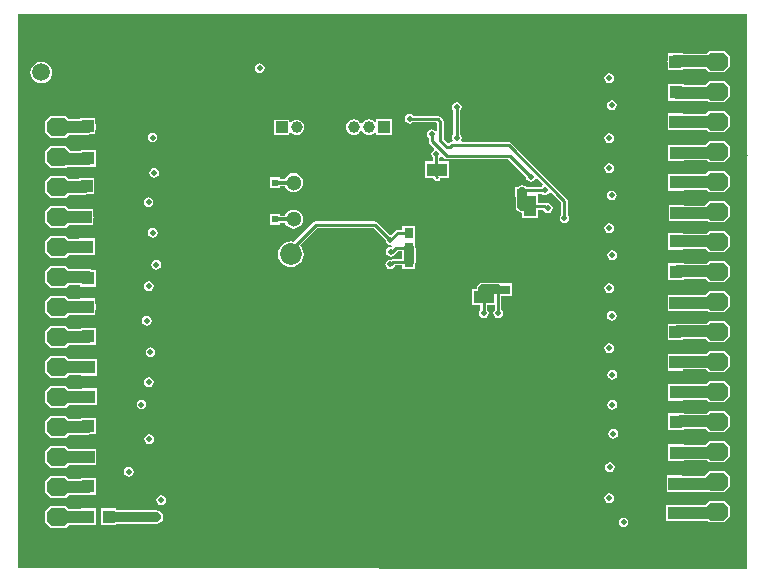
<source format=gbl>
G04*
G04 #@! TF.GenerationSoftware,Altium Limited,Altium Designer,23.10.1 (27)*
G04*
G04 Layer_Physical_Order=4*
G04 Layer_Color=16711680*
%FSLAX44Y44*%
%MOMM*%
G71*
G04*
G04 #@! TF.SameCoordinates,EDDF8714-B4F6-4BBB-B34A-9CA9A18AB3C3*
G04*
G04*
G04 #@! TF.FilePolarity,Positive*
G04*
G01*
G75*
%ADD13C,0.2540*%
%ADD17R,1.0000X1.1000*%
%ADD22R,0.6000X0.5000*%
%ADD26R,1.7000X1.1000*%
%ADD47C,0.8130*%
%ADD49C,1.0000*%
%ADD51C,0.8128*%
%ADD52C,0.2997*%
G04:AMPARAMS|DCode=53|XSize=1.905mm|YSize=1.524mm|CornerRadius=0mm|HoleSize=0mm|Usage=FLASHONLY|Rotation=180.000|XOffset=0mm|YOffset=0mm|HoleType=Round|Shape=Octagon|*
%AMOCTAGOND53*
4,1,8,-0.9525,0.3810,-0.9525,-0.3810,-0.5715,-0.7620,0.5715,-0.7620,0.9525,-0.3810,0.9525,0.3810,0.5715,0.7620,-0.5715,0.7620,-0.9525,0.3810,0.0*
%
%ADD53OCTAGOND53*%

%ADD54C,1.3000*%
%ADD55C,1.8500*%
%ADD56R,1.8500X1.8500*%
%ADD57C,1.0000*%
%ADD58R,1.0000X1.0000*%
%ADD59C,1.5000*%
%ADD60R,1.5000X1.5000*%
%ADD61C,0.5080*%
%ADD62C,1.2700*%
%ADD70R,1.1000X1.7000*%
%ADD71R,0.5000X0.6000*%
%ADD72R,0.8000X0.9000*%
%ADD73R,0.9000X0.8000*%
G36*
X624222Y395308D02*
X624656Y393128D01*
X624812Y392895D01*
X624656Y392663D01*
X624222Y390482D01*
Y133095D01*
X624223Y43433D01*
X623324Y42536D01*
X7222Y43561D01*
Y512716D01*
X624222D01*
Y395308D01*
D02*
G37*
%LPC*%
G36*
X604901Y481330D02*
X591947D01*
X589637Y479020D01*
X570014D01*
Y479210D01*
X556966D01*
Y473764D01*
X556792Y472440D01*
X556966Y471116D01*
Y465162D01*
X570014D01*
Y465860D01*
X589129D01*
X591947Y463042D01*
X604901D01*
X609473Y467614D01*
Y476758D01*
X604901Y481330D01*
D02*
G37*
G36*
X211576Y470742D02*
X209990Y470426D01*
X208646Y469528D01*
X207748Y468184D01*
X207432Y466598D01*
X207748Y465012D01*
X208646Y463668D01*
X209990Y462770D01*
X211576Y462454D01*
X213162Y462770D01*
X214506Y463668D01*
X215404Y465012D01*
X215720Y466598D01*
X215404Y468184D01*
X214506Y469528D01*
X213162Y470426D01*
X211576Y470742D01*
D02*
G37*
G36*
X507492Y462360D02*
X505906Y462044D01*
X504562Y461146D01*
X503664Y459802D01*
X503348Y458216D01*
X503664Y456630D01*
X504562Y455286D01*
X505906Y454388D01*
X507492Y454072D01*
X509078Y454388D01*
X510422Y455286D01*
X511320Y456630D01*
X511636Y458216D01*
X511320Y459802D01*
X510422Y461146D01*
X509078Y462044D01*
X507492Y462360D01*
D02*
G37*
G36*
X26664Y472144D02*
X24308Y471834D01*
X22113Y470924D01*
X20228Y469478D01*
X18782Y467593D01*
X17872Y465398D01*
X17562Y463042D01*
X17872Y460686D01*
X18782Y458491D01*
X20228Y456606D01*
X22113Y455160D01*
X24308Y454250D01*
X26664Y453940D01*
X29020Y454250D01*
X31215Y455160D01*
X33100Y456606D01*
X34546Y458491D01*
X35456Y460686D01*
X35766Y463042D01*
X35456Y465398D01*
X34546Y467593D01*
X33100Y469478D01*
X31215Y470924D01*
X29020Y471834D01*
X26664Y472144D01*
D02*
G37*
G36*
X604901Y455930D02*
X591947D01*
X588367Y452350D01*
X570522D01*
Y453302D01*
X557474D01*
Y439254D01*
X564408D01*
X564896Y439190D01*
X590399D01*
X591947Y437642D01*
X604901D01*
X609473Y442214D01*
Y451358D01*
X604901Y455930D01*
D02*
G37*
G36*
X509911Y439379D02*
X508325Y439063D01*
X506981Y438165D01*
X506083Y436821D01*
X505768Y435235D01*
X506083Y433649D01*
X506981Y432305D01*
X508325Y431407D01*
X509911Y431091D01*
X511497Y431407D01*
X512841Y432305D01*
X513739Y433649D01*
X514055Y435235D01*
X513739Y436821D01*
X512841Y438165D01*
X511497Y439063D01*
X509911Y439379D01*
D02*
G37*
G36*
X604901Y430530D02*
X591947D01*
X588875Y427458D01*
X570014D01*
Y428410D01*
X556966D01*
Y414362D01*
X563138D01*
X563626Y414298D01*
X589891D01*
X591947Y412242D01*
X604901D01*
X609473Y416814D01*
Y425958D01*
X604901Y430530D01*
D02*
G37*
G36*
X242824Y423140D02*
X241121Y422916D01*
X239534Y422259D01*
X238171Y421213D01*
X237918Y420883D01*
X236648Y421314D01*
Y423084D01*
X223600D01*
Y410036D01*
X236648D01*
Y411806D01*
X237918Y412237D01*
X238171Y411907D01*
X239534Y410861D01*
X241121Y410204D01*
X242824Y409980D01*
X244527Y410204D01*
X246114Y410861D01*
X247477Y411907D01*
X248523Y413270D01*
X249180Y414857D01*
X249404Y416560D01*
X249180Y418263D01*
X248523Y419850D01*
X247477Y421213D01*
X246114Y422259D01*
X244527Y422916D01*
X242824Y423140D01*
D02*
G37*
G36*
X304038Y423394D02*
X302335Y423170D01*
X300748Y422513D01*
X299385Y421467D01*
X298386Y420165D01*
X297701Y420065D01*
X297675D01*
X296990Y420165D01*
X295991Y421467D01*
X294628Y422513D01*
X293041Y423170D01*
X291338Y423394D01*
X289635Y423170D01*
X288048Y422513D01*
X286685Y421467D01*
X285639Y420104D01*
X284982Y418517D01*
X284758Y416814D01*
X284982Y415111D01*
X285639Y413524D01*
X286685Y412161D01*
X288048Y411115D01*
X289635Y410458D01*
X291338Y410234D01*
X293041Y410458D01*
X294628Y411115D01*
X295991Y412161D01*
X296990Y413463D01*
X297675Y413563D01*
X297701D01*
X298386Y413463D01*
X299385Y412161D01*
X300748Y411115D01*
X302335Y410458D01*
X304038Y410234D01*
X305741Y410458D01*
X307328Y411115D01*
X308691Y412161D01*
X308944Y412491D01*
X310214Y412060D01*
Y410290D01*
X323262D01*
Y423338D01*
X310214D01*
Y421568D01*
X308944Y421137D01*
X308691Y421467D01*
X307328Y422513D01*
X305741Y423170D01*
X304038Y423394D01*
D02*
G37*
G36*
X47625Y426212D02*
X34671D01*
X30099Y421640D01*
Y412496D01*
X34671Y407924D01*
X47625D01*
X50189Y410488D01*
X66684D01*
X67172Y410552D01*
X72446D01*
Y413930D01*
X73040Y415365D01*
X73264Y417068D01*
X73040Y418771D01*
X72446Y420206D01*
Y424600D01*
X59398D01*
Y423648D01*
X50189D01*
X47625Y426212D01*
D02*
G37*
G36*
X120903Y412069D02*
X119317Y411753D01*
X117973Y410855D01*
X117075Y409511D01*
X116759Y407925D01*
X117075Y406339D01*
X117973Y404995D01*
X119317Y404097D01*
X120903Y403781D01*
X122489Y404097D01*
X123833Y404995D01*
X124731Y406339D01*
X125047Y407925D01*
X124731Y409511D01*
X123833Y410855D01*
X122489Y411753D01*
X120903Y412069D01*
D02*
G37*
G36*
X507492Y411560D02*
X505906Y411244D01*
X504562Y410346D01*
X503664Y409002D01*
X503348Y407416D01*
X503664Y405830D01*
X504562Y404486D01*
X505906Y403588D01*
X507492Y403272D01*
X509078Y403588D01*
X510422Y404486D01*
X511320Y405830D01*
X511636Y407416D01*
X511320Y409002D01*
X510422Y410346D01*
X509078Y411244D01*
X507492Y411560D01*
D02*
G37*
G36*
X378460Y437722D02*
X376874Y437406D01*
X375530Y436508D01*
X374632Y435164D01*
X374316Y433578D01*
X374632Y431992D01*
X375530Y430648D01*
X375611Y430594D01*
Y410654D01*
X375530Y410600D01*
X374632Y409256D01*
X374316Y407670D01*
X374632Y406084D01*
X375063Y405439D01*
X374384Y404169D01*
X374142D01*
X373052Y403952D01*
X372128Y403334D01*
X371014Y402888D01*
X367339Y406564D01*
Y421422D01*
X367339Y421422D01*
X367122Y422512D01*
X366504Y423437D01*
X366504Y423437D01*
X364254Y425686D01*
X363330Y426304D01*
X362240Y426521D01*
X362240Y426521D01*
X341566D01*
X341512Y426602D01*
X340168Y427500D01*
X338582Y427816D01*
X336996Y427500D01*
X335652Y426602D01*
X334754Y425258D01*
X334438Y423672D01*
X334754Y422086D01*
X335652Y420742D01*
X336996Y419844D01*
X338582Y419528D01*
X340168Y419844D01*
X341512Y420742D01*
X341566Y420823D01*
X361060D01*
X361641Y420242D01*
Y413558D01*
X360371Y413173D01*
X360054Y413648D01*
X358710Y414546D01*
X357124Y414862D01*
X355538Y414546D01*
X354194Y413648D01*
X353296Y412304D01*
X352980Y410718D01*
X353296Y409132D01*
X354194Y407788D01*
X354761Y407409D01*
Y404644D01*
X354761Y404644D01*
X354978Y403554D01*
X355596Y402630D01*
X359477Y398748D01*
X359084Y397346D01*
X358012Y396629D01*
X357114Y395285D01*
X356798Y393699D01*
X357114Y392114D01*
X358012Y390769D01*
X358093Y390715D01*
Y387696D01*
X351934D01*
Y373648D01*
X358610D01*
X358928Y373173D01*
X359944Y372157D01*
X360868Y371539D01*
X361958Y371323D01*
X363048Y371539D01*
X363972Y372157D01*
X364590Y373081D01*
X364702Y373648D01*
X371982D01*
Y387696D01*
X363791D01*
Y390715D01*
X363872Y390769D01*
X364588Y391841D01*
X365991Y392235D01*
X367810Y390416D01*
X367810Y390416D01*
X368734Y389798D01*
X369824Y389581D01*
X369824Y389581D01*
X422238D01*
X437014Y374805D01*
X436966Y374561D01*
X437281Y372976D01*
X438179Y371631D01*
X439524Y370733D01*
X441109Y370418D01*
X442695Y370733D01*
X444039Y371631D01*
X444900Y372920D01*
X445051Y373084D01*
X446252Y373364D01*
X451359Y368256D01*
X450982Y366838D01*
X449952Y366149D01*
X449898Y366068D01*
X437988D01*
X436274Y367213D01*
X434094Y367647D01*
X431914Y367213D01*
X430065Y365978D01*
X430062Y365973D01*
X427570D01*
Y357925D01*
X428396D01*
Y349831D01*
X428830Y347651D01*
X430065Y345803D01*
X431914Y344568D01*
X433496Y344253D01*
Y339733D01*
X447544D01*
Y346909D01*
X451743D01*
X451819Y346832D01*
X451856Y346648D01*
X452754Y345303D01*
X454098Y344405D01*
X455684Y344090D01*
X457270Y344405D01*
X458614Y345303D01*
X459512Y346648D01*
X459828Y348233D01*
X459512Y349819D01*
X458614Y351163D01*
X457270Y352062D01*
X455684Y352377D01*
X454410Y352124D01*
X454013Y352389D01*
X452923Y352606D01*
X452923Y352606D01*
X447544D01*
Y359781D01*
X448570Y360371D01*
X449898D01*
X449952Y360289D01*
X451296Y359391D01*
X452882Y359076D01*
X454468Y359391D01*
X455812Y360289D01*
X456500Y361320D01*
X457919Y361697D01*
X466797Y352819D01*
Y342582D01*
X466716Y342528D01*
X465818Y341184D01*
X465502Y339598D01*
X465818Y338012D01*
X466716Y336668D01*
X468060Y335770D01*
X469646Y335454D01*
X471232Y335770D01*
X472576Y336668D01*
X473474Y338012D01*
X473790Y339598D01*
X473474Y341184D01*
X472576Y342528D01*
X472495Y342582D01*
Y353999D01*
X472278Y355089D01*
X471660Y356013D01*
X471660Y356013D01*
X424339Y403334D01*
X423415Y403952D01*
X422325Y404169D01*
X422325Y404169D01*
X382536D01*
X381857Y405439D01*
X382288Y406084D01*
X382604Y407670D01*
X382288Y409256D01*
X381390Y410600D01*
X381309Y410654D01*
Y430594D01*
X381390Y430648D01*
X382288Y431992D01*
X382604Y433578D01*
X382288Y435164D01*
X381390Y436508D01*
X380046Y437406D01*
X378460Y437722D01*
D02*
G37*
G36*
X604901Y405130D02*
X591947D01*
X588621Y401804D01*
X565404D01*
X564916Y401740D01*
X557474D01*
Y387692D01*
X570522D01*
Y388644D01*
X590145D01*
X591947Y386842D01*
X604901D01*
X609473Y391414D01*
Y400558D01*
X604901Y405130D01*
D02*
G37*
G36*
X47625Y400812D02*
X34671D01*
X30099Y396240D01*
Y387096D01*
X34671Y382524D01*
X47625D01*
X48157Y383056D01*
X66176D01*
X67879Y383280D01*
X68106Y383374D01*
X73090D01*
Y397422D01*
X60042D01*
Y396216D01*
X52197D01*
Y396240D01*
X47625Y400812D01*
D02*
G37*
G36*
X507492Y386160D02*
X505906Y385844D01*
X504562Y384946D01*
X503664Y383602D01*
X503348Y382016D01*
X503664Y380430D01*
X504562Y379086D01*
X505906Y378188D01*
X507492Y377872D01*
X509078Y378188D01*
X510422Y379086D01*
X511320Y380430D01*
X511636Y382016D01*
X511320Y383602D01*
X510422Y384946D01*
X509078Y385844D01*
X507492Y386160D01*
D02*
G37*
G36*
X604901Y379730D02*
X591947D01*
X588875Y376658D01*
X570522D01*
Y377102D01*
X557474D01*
Y363054D01*
X570522D01*
Y363498D01*
X589891D01*
X591947Y361442D01*
X604901D01*
X609473Y366014D01*
Y375158D01*
X604901Y379730D01*
D02*
G37*
G36*
X122451Y382073D02*
X120865Y381757D01*
X119521Y380859D01*
X118623Y379515D01*
X118307Y377929D01*
X118623Y376343D01*
X119521Y374999D01*
X120865Y374101D01*
X122451Y373785D01*
X124037Y374101D01*
X125381Y374999D01*
X126279Y376343D01*
X126595Y377929D01*
X126279Y379515D01*
X125381Y380859D01*
X124037Y381757D01*
X122451Y382073D01*
D02*
G37*
G36*
X240292Y377923D02*
X238197Y377647D01*
X236245Y376838D01*
X234569Y375552D01*
X233283Y373876D01*
X232883Y372911D01*
X228822D01*
Y374353D01*
X220774D01*
Y365305D01*
X228822D01*
Y366748D01*
X232883D01*
X233283Y365783D01*
X234569Y364107D01*
X236245Y362820D01*
X238197Y362012D01*
X240292Y361736D01*
X242387Y362012D01*
X244339Y362820D01*
X246015Y364107D01*
X247301Y365783D01*
X248109Y367735D01*
X248385Y369829D01*
X248109Y371924D01*
X247301Y373876D01*
X246015Y375552D01*
X244339Y376838D01*
X242387Y377647D01*
X240292Y377923D01*
D02*
G37*
G36*
X47625Y375412D02*
X34671D01*
X30099Y370840D01*
Y361696D01*
X34671Y357124D01*
X47625D01*
X50189Y359688D01*
X63890D01*
X64378Y359752D01*
X71684D01*
Y373800D01*
X58636D01*
Y372848D01*
X50189D01*
X47625Y375412D01*
D02*
G37*
G36*
X509756Y363023D02*
X508170Y362708D01*
X506826Y361810D01*
X505928Y360466D01*
X505612Y358880D01*
X505928Y357294D01*
X506826Y355950D01*
X508170Y355052D01*
X509756Y354736D01*
X511342Y355052D01*
X512686Y355950D01*
X513584Y357294D01*
X513899Y358880D01*
X513584Y360466D01*
X512686Y361810D01*
X511342Y362708D01*
X509756Y363023D01*
D02*
G37*
G36*
X604901Y354330D02*
X591947D01*
X587859Y350242D01*
X571030D01*
Y351194D01*
X557982D01*
Y337146D01*
X566948D01*
X567436Y337082D01*
X590907D01*
X591947Y336042D01*
X604901D01*
X609473Y340614D01*
Y349758D01*
X604901Y354330D01*
D02*
G37*
G36*
X117522Y357284D02*
X115936Y356968D01*
X114592Y356070D01*
X113694Y354726D01*
X113378Y353140D01*
X113694Y351554D01*
X114592Y350210D01*
X115936Y349312D01*
X117522Y348996D01*
X119108Y349312D01*
X120452Y350210D01*
X121350Y351554D01*
X121666Y353140D01*
X121350Y354726D01*
X120452Y356070D01*
X119108Y356968D01*
X117522Y357284D01*
D02*
G37*
G36*
X240292Y346923D02*
X238197Y346647D01*
X236245Y345838D01*
X234569Y344552D01*
X233283Y342876D01*
X232883Y341911D01*
X228822D01*
Y343353D01*
X220774D01*
Y334305D01*
X228822D01*
Y335748D01*
X232883D01*
X233283Y334783D01*
X234569Y333107D01*
X236245Y331820D01*
X238197Y331012D01*
X240292Y330736D01*
X242387Y331012D01*
X244339Y331820D01*
X246015Y333107D01*
X247301Y334783D01*
X248109Y336735D01*
X248385Y338829D01*
X248109Y340924D01*
X247301Y342876D01*
X246015Y344552D01*
X244339Y345838D01*
X242387Y346647D01*
X240292Y346923D01*
D02*
G37*
G36*
X47625Y350012D02*
X34671D01*
X30099Y345440D01*
Y336296D01*
X34671Y331724D01*
X47625D01*
X49935Y334034D01*
X57874D01*
Y333590D01*
X70922D01*
Y340185D01*
X70978Y340614D01*
X70922Y341043D01*
Y347638D01*
X57874D01*
Y347194D01*
X50443D01*
X47625Y350012D01*
D02*
G37*
G36*
X507492Y335360D02*
X505906Y335044D01*
X504562Y334146D01*
X503664Y332802D01*
X503348Y331216D01*
X503664Y329630D01*
X504562Y328286D01*
X505906Y327388D01*
X507492Y327072D01*
X509078Y327388D01*
X510422Y328286D01*
X511320Y329630D01*
X511636Y331216D01*
X511320Y332802D01*
X510422Y334146D01*
X509078Y335044D01*
X507492Y335360D01*
D02*
G37*
G36*
X604901Y328930D02*
X591947D01*
X589637Y326620D01*
X570268D01*
Y327064D01*
X557220D01*
Y313016D01*
X570268D01*
Y313460D01*
X589129D01*
X591947Y310642D01*
X604901D01*
X609473Y315214D01*
Y324358D01*
X604901Y328930D01*
D02*
G37*
G36*
X121164Y331290D02*
X119578Y330974D01*
X118234Y330076D01*
X117336Y328732D01*
X117020Y327146D01*
X117336Y325560D01*
X118234Y324216D01*
X119578Y323318D01*
X121164Y323003D01*
X122750Y323318D01*
X124094Y324216D01*
X124992Y325560D01*
X125308Y327146D01*
X124992Y328732D01*
X124094Y330076D01*
X122750Y330974D01*
X121164Y331290D01*
D02*
G37*
G36*
X309126Y336858D02*
X309126Y336858D01*
X259088D01*
X257998Y336641D01*
X257074Y336024D01*
X257074Y336024D01*
X240682Y319632D01*
X238006Y319984D01*
X235193Y319614D01*
X232572Y318528D01*
X230322Y316801D01*
X228595Y314551D01*
X227509Y311930D01*
X227139Y309117D01*
X227509Y306305D01*
X228595Y303684D01*
X230322Y301433D01*
X232572Y299706D01*
X235193Y298621D01*
X238006Y298250D01*
X240819Y298621D01*
X243439Y299706D01*
X245690Y301433D01*
X247417Y303684D01*
X248503Y306305D01*
X248873Y309117D01*
X248503Y311930D01*
X247417Y314551D01*
X245785Y316678D01*
X260268Y331161D01*
X307946D01*
X318209Y320897D01*
X318190Y320801D01*
X318506Y319216D01*
X319404Y317871D01*
X320748Y316973D01*
X322334Y316658D01*
X322638Y316718D01*
X323698Y316002D01*
X322926Y315226D01*
X322588Y315293D01*
X321002Y314978D01*
X319658Y314079D01*
X318760Y312735D01*
X318444Y311149D01*
X318760Y309564D01*
X319658Y308219D01*
X321002Y307321D01*
X322588Y307006D01*
X324174Y307321D01*
X325518Y308219D01*
X326416Y309564D01*
X326453Y309748D01*
X328613Y311909D01*
X332323D01*
Y308537D01*
X332304D01*
Y305362D01*
X324791D01*
X324791Y305362D01*
X323701Y305145D01*
X322777Y304528D01*
X322741Y304492D01*
X322072Y304625D01*
X320486Y304310D01*
X319142Y303411D01*
X318244Y302067D01*
X317928Y300481D01*
X318244Y298896D01*
X319142Y297551D01*
X320486Y296653D01*
X322072Y296338D01*
X323658Y296653D01*
X325002Y297551D01*
X325900Y298896D01*
X326053Y299665D01*
X332304D01*
Y296489D01*
X343352D01*
Y300868D01*
X343717Y302705D01*
Y314757D01*
X343544Y315630D01*
X343544Y320781D01*
X343544Y322051D01*
Y332921D01*
X332496D01*
Y329746D01*
X328430D01*
X328430Y329746D01*
X327340Y329529D01*
X326416Y328912D01*
X326416Y328912D01*
X322430Y324926D01*
X322334Y324945D01*
X322238Y324926D01*
X311140Y336024D01*
X310216Y336641D01*
X309126Y336858D01*
D02*
G37*
G36*
X47625Y324612D02*
X34671D01*
X30099Y320040D01*
Y310896D01*
X34671Y306324D01*
X47625D01*
X49935Y308634D01*
X58890D01*
Y308444D01*
X71938D01*
Y322492D01*
X58890D01*
Y321794D01*
X50443D01*
X47625Y324612D01*
D02*
G37*
G36*
X510074Y312542D02*
X508488Y312226D01*
X507144Y311328D01*
X506246Y309984D01*
X505930Y308398D01*
X506246Y306812D01*
X507144Y305468D01*
X508488Y304570D01*
X510074Y304254D01*
X511660Y304570D01*
X513004Y305468D01*
X513902Y306812D01*
X514218Y308398D01*
X513902Y309984D01*
X513004Y311328D01*
X511660Y312226D01*
X510074Y312542D01*
D02*
G37*
G36*
X604901Y303530D02*
X591947D01*
X589637Y301220D01*
X570776D01*
Y301410D01*
X557728D01*
Y287362D01*
X570776D01*
Y288060D01*
X589129D01*
X591947Y285242D01*
X604901D01*
X609473Y289814D01*
Y298958D01*
X604901Y303530D01*
D02*
G37*
G36*
X123952Y304372D02*
X122366Y304056D01*
X121022Y303158D01*
X120124Y301814D01*
X119808Y300228D01*
X120124Y298642D01*
X121022Y297298D01*
X122366Y296400D01*
X123952Y296084D01*
X125538Y296400D01*
X126882Y297298D01*
X127780Y298642D01*
X128096Y300228D01*
X127780Y301814D01*
X126882Y303158D01*
X125538Y304056D01*
X123952Y304372D01*
D02*
G37*
G36*
X47625Y299212D02*
X34671D01*
X30099Y294640D01*
Y285496D01*
X34671Y280924D01*
X47625D01*
X50189Y283488D01*
X59906D01*
Y281774D01*
X72954D01*
Y288157D01*
X73040Y288365D01*
X73264Y290068D01*
X73040Y291771D01*
X72954Y291979D01*
Y295822D01*
X69841D01*
X68387Y296424D01*
X66684Y296648D01*
X50189D01*
X47625Y299212D01*
D02*
G37*
G36*
X117637Y286303D02*
X116051Y285987D01*
X114707Y285089D01*
X113809Y283745D01*
X113493Y282159D01*
X113809Y280573D01*
X114707Y279229D01*
X116051Y278331D01*
X117637Y278015D01*
X119223Y278331D01*
X120567Y279229D01*
X121465Y280573D01*
X121781Y282159D01*
X121465Y283745D01*
X120567Y285089D01*
X119223Y285987D01*
X117637Y286303D01*
D02*
G37*
G36*
X507492Y284560D02*
X505906Y284244D01*
X504562Y283346D01*
X503664Y282002D01*
X503348Y280416D01*
X503664Y278830D01*
X504562Y277486D01*
X505906Y276588D01*
X507492Y276272D01*
X509078Y276588D01*
X510422Y277486D01*
X511320Y278830D01*
X511636Y280416D01*
X511320Y282002D01*
X510422Y283346D01*
X509078Y284244D01*
X507492Y284560D01*
D02*
G37*
G36*
X604901Y278130D02*
X591947D01*
X588367Y274550D01*
X570014D01*
Y274994D01*
X556966D01*
Y260946D01*
X570014D01*
Y261390D01*
X590399D01*
X591947Y259842D01*
X604901D01*
X609473Y264414D01*
Y273558D01*
X604901Y278130D01*
D02*
G37*
G36*
X47625Y273812D02*
X34671D01*
X30099Y269240D01*
Y260096D01*
X34671Y255524D01*
X47625D01*
X50189Y258088D01*
X59398D01*
Y257644D01*
X72446D01*
Y261530D01*
X73040Y262965D01*
X73264Y264668D01*
X73040Y266371D01*
X72446Y267806D01*
Y271692D01*
X59398D01*
Y271248D01*
X50189D01*
X47625Y273812D01*
D02*
G37*
G36*
X412870Y285097D02*
X400820D01*
X398640Y284663D01*
X396791Y283428D01*
X395556Y281580D01*
X395227Y279923D01*
X391304D01*
Y265875D01*
X398479D01*
Y262318D01*
X398398Y262263D01*
X397500Y260919D01*
X397184Y259333D01*
X397500Y257748D01*
X398398Y256403D01*
X399742Y255505D01*
X401328Y255190D01*
X402914Y255505D01*
X404258Y256403D01*
X405156Y257748D01*
X405472Y259333D01*
X405156Y260919D01*
X404258Y262263D01*
X404177Y262318D01*
Y265875D01*
X410671D01*
Y262318D01*
X410590Y262263D01*
X409692Y260919D01*
X409376Y259333D01*
X409692Y257748D01*
X410590Y256403D01*
X411934Y255505D01*
X413520Y255190D01*
X415106Y255505D01*
X416450Y256403D01*
X417348Y257748D01*
X417664Y259333D01*
X417348Y260919D01*
X416450Y262263D01*
X416369Y262318D01*
Y273622D01*
X425632D01*
Y284670D01*
X415016D01*
X412870Y285097D01*
D02*
G37*
G36*
X509626Y261293D02*
X508040Y260978D01*
X506696Y260079D01*
X505797Y258735D01*
X505482Y257150D01*
X505797Y255564D01*
X506696Y254219D01*
X508040Y253321D01*
X509626Y253006D01*
X511211Y253321D01*
X512556Y254219D01*
X513454Y255564D01*
X513769Y257150D01*
X513454Y258735D01*
X512556Y260079D01*
X511211Y260978D01*
X509626Y261293D01*
D02*
G37*
G36*
X116172Y256779D02*
X114587Y256464D01*
X113242Y255566D01*
X112344Y254221D01*
X112029Y252636D01*
X112344Y251050D01*
X113242Y249706D01*
X114587Y248808D01*
X116172Y248492D01*
X117758Y248808D01*
X119102Y249706D01*
X120000Y251050D01*
X120316Y252636D01*
X120000Y254221D01*
X119102Y255566D01*
X117758Y256464D01*
X116172Y256779D01*
D02*
G37*
G36*
X604901Y252730D02*
X591947D01*
X589637Y250420D01*
X565912D01*
X565424Y250356D01*
X556966D01*
Y236308D01*
X570014D01*
Y237260D01*
X589129D01*
X591947Y234442D01*
X604901D01*
X609473Y239014D01*
Y248158D01*
X604901Y252730D01*
D02*
G37*
G36*
X47625Y248412D02*
X34671D01*
X30099Y243840D01*
Y234696D01*
X34671Y230124D01*
X47625D01*
X50189Y232688D01*
X60160D01*
Y232498D01*
X73208D01*
Y238839D01*
X73264Y239268D01*
X73208Y239697D01*
Y246546D01*
X60160D01*
Y245848D01*
X50189D01*
X47625Y248412D01*
D02*
G37*
G36*
X507492Y233760D02*
X505906Y233444D01*
X504562Y232546D01*
X503664Y231202D01*
X503348Y229616D01*
X503664Y228030D01*
X504562Y226686D01*
X505906Y225788D01*
X507492Y225472D01*
X509078Y225788D01*
X510422Y226686D01*
X511320Y228030D01*
X511636Y229616D01*
X511320Y231202D01*
X510422Y232546D01*
X509078Y233444D01*
X507492Y233760D01*
D02*
G37*
G36*
X119126Y230204D02*
X117540Y229888D01*
X116196Y228990D01*
X115298Y227646D01*
X114982Y226060D01*
X115298Y224474D01*
X116196Y223130D01*
X117540Y222232D01*
X119126Y221916D01*
X120712Y222232D01*
X122056Y223130D01*
X122954Y224474D01*
X123270Y226060D01*
X122954Y227646D01*
X122056Y228990D01*
X120712Y229888D01*
X119126Y230204D01*
D02*
G37*
G36*
X604901Y227330D02*
X591947D01*
X589383Y224766D01*
X567436D01*
X566948Y224702D01*
X556966D01*
Y210654D01*
X570014D01*
Y211606D01*
X589383D01*
X591947Y209042D01*
X604901D01*
X609473Y213614D01*
Y222758D01*
X604901Y227330D01*
D02*
G37*
G36*
X47625Y223012D02*
X34671D01*
X30099Y218440D01*
Y209296D01*
X34671Y204724D01*
X47625D01*
X50189Y207288D01*
X60668D01*
Y206336D01*
X73716D01*
Y220384D01*
X67172D01*
X66684Y220448D01*
X50189D01*
X47625Y223012D01*
D02*
G37*
G36*
X510258Y211126D02*
X508673Y210811D01*
X507328Y209912D01*
X506430Y208568D01*
X506115Y206982D01*
X506430Y205397D01*
X507328Y204052D01*
X508673Y203154D01*
X510258Y202839D01*
X511844Y203154D01*
X513188Y204052D01*
X514087Y205397D01*
X514402Y206982D01*
X514087Y208568D01*
X513188Y209912D01*
X511844Y210811D01*
X510258Y211126D01*
D02*
G37*
G36*
X604901Y201930D02*
X591947D01*
X589129Y199112D01*
X570268D01*
Y199302D01*
X557220D01*
Y185254D01*
X570268D01*
Y185952D01*
X589637D01*
X591947Y183642D01*
X604901D01*
X609473Y188214D01*
Y197358D01*
X604901Y201930D01*
D02*
G37*
G36*
X117730Y204931D02*
X116144Y204616D01*
X114800Y203718D01*
X113902Y202374D01*
X113586Y200788D01*
X113902Y199202D01*
X114800Y197858D01*
X116144Y196960D01*
X117730Y196644D01*
X119316Y196960D01*
X120660Y197858D01*
X121558Y199202D01*
X121873Y200788D01*
X121558Y202374D01*
X120660Y203718D01*
X119316Y204616D01*
X117730Y204931D01*
D02*
G37*
G36*
X47625Y197612D02*
X34671D01*
X30099Y193040D01*
Y183896D01*
X34671Y179324D01*
X47625D01*
X50189Y181888D01*
X60922D01*
Y181444D01*
X73970D01*
Y195492D01*
X60922D01*
Y195048D01*
X50189D01*
X47625Y197612D01*
D02*
G37*
G36*
X111505Y186009D02*
X109919Y185693D01*
X108575Y184795D01*
X107677Y183451D01*
X107361Y181865D01*
X107677Y180279D01*
X108575Y178935D01*
X109919Y178037D01*
X111505Y177721D01*
X113091Y178037D01*
X114435Y178935D01*
X115333Y180279D01*
X115649Y181865D01*
X115333Y183451D01*
X114435Y184795D01*
X113091Y185693D01*
X111505Y186009D01*
D02*
G37*
G36*
X510225Y185692D02*
X508639Y185377D01*
X507295Y184479D01*
X506396Y183134D01*
X506081Y181549D01*
X506396Y179963D01*
X507295Y178619D01*
X508639Y177720D01*
X510225Y177405D01*
X511810Y177720D01*
X513155Y178619D01*
X514053Y179963D01*
X514368Y181549D01*
X514053Y183134D01*
X513155Y184479D01*
X511810Y185377D01*
X510225Y185692D01*
D02*
G37*
G36*
X604901Y176530D02*
X591947D01*
X589637Y174220D01*
X570522D01*
Y174410D01*
X557474D01*
Y160362D01*
X570522D01*
Y161060D01*
X589129D01*
X591947Y158242D01*
X604901D01*
X609473Y162814D01*
Y171958D01*
X604901Y176530D01*
D02*
G37*
G36*
X47625Y172212D02*
X34671D01*
X30099Y167640D01*
Y158496D01*
X34671Y153924D01*
X47625D01*
X50189Y156488D01*
X66684D01*
X67172Y156552D01*
X73090D01*
Y161744D01*
X73264Y163068D01*
X73090Y164392D01*
Y170600D01*
X60042D01*
Y169648D01*
X50189D01*
X47625Y172212D01*
D02*
G37*
G36*
X511049Y161117D02*
X509463Y160801D01*
X508119Y159903D01*
X507221Y158559D01*
X506905Y156973D01*
X507221Y155387D01*
X508119Y154043D01*
X509463Y153145D01*
X511049Y152829D01*
X512635Y153145D01*
X513979Y154043D01*
X514877Y155387D01*
X515193Y156973D01*
X514877Y158559D01*
X513979Y159903D01*
X512635Y160801D01*
X511049Y161117D01*
D02*
G37*
G36*
X118109Y156799D02*
X116523Y156483D01*
X115179Y155585D01*
X114281Y154241D01*
X113965Y152655D01*
X114281Y151069D01*
X115179Y149725D01*
X116523Y148827D01*
X118109Y148511D01*
X119695Y148827D01*
X121039Y149725D01*
X121937Y151069D01*
X122253Y152655D01*
X121937Y154241D01*
X121039Y155585D01*
X119695Y156483D01*
X118109Y156799D01*
D02*
G37*
G36*
X604901Y151130D02*
X591947D01*
X588621Y147804D01*
X570776D01*
Y148248D01*
X557728D01*
Y134200D01*
X570776D01*
Y134644D01*
X590145D01*
X591947Y132842D01*
X604901D01*
X609473Y137414D01*
Y146558D01*
X604901Y151130D01*
D02*
G37*
G36*
X47625Y146812D02*
X34671D01*
X30099Y142240D01*
Y133096D01*
X34671Y128524D01*
X47625D01*
X50189Y131088D01*
X60414D01*
Y130390D01*
X73462D01*
Y144438D01*
X60414D01*
Y144248D01*
X50189D01*
X47625Y146812D01*
D02*
G37*
G36*
X508216Y132883D02*
X506630Y132568D01*
X505286Y131670D01*
X504388Y130325D01*
X504072Y128740D01*
X504388Y127154D01*
X505286Y125810D01*
X506630Y124911D01*
X508216Y124596D01*
X509801Y124911D01*
X511146Y125810D01*
X512044Y127154D01*
X512359Y128740D01*
X512044Y130325D01*
X511146Y131670D01*
X509801Y132568D01*
X508216Y132883D01*
D02*
G37*
G36*
X604901Y125730D02*
X591947D01*
X587605Y121388D01*
X569252D01*
Y121832D01*
X556204D01*
Y107784D01*
X569252D01*
Y108228D01*
X591161D01*
X591947Y107442D01*
X604901D01*
X609473Y112014D01*
Y121158D01*
X604901Y125730D01*
D02*
G37*
G36*
X100838Y129112D02*
X99252Y128796D01*
X97908Y127898D01*
X97010Y126554D01*
X96694Y124968D01*
X97010Y123382D01*
X97908Y122038D01*
X99252Y121140D01*
X100838Y120824D01*
X102424Y121140D01*
X103768Y122038D01*
X104666Y123382D01*
X104982Y124968D01*
X104666Y126554D01*
X103768Y127898D01*
X102424Y128796D01*
X100838Y129112D01*
D02*
G37*
G36*
X47625Y121412D02*
X34671D01*
X30099Y116840D01*
Y107696D01*
X34671Y103124D01*
X47625D01*
X50189Y105688D01*
X60160D01*
Y105498D01*
X73208D01*
Y111839D01*
X73264Y112268D01*
X73208Y112697D01*
Y119546D01*
X60160D01*
Y118848D01*
X50189D01*
X47625Y121412D01*
D02*
G37*
G36*
X507492Y106760D02*
X505906Y106444D01*
X504562Y105546D01*
X503664Y104202D01*
X503348Y102616D01*
X503664Y101030D01*
X504562Y99686D01*
X505906Y98788D01*
X507492Y98472D01*
X509078Y98788D01*
X510422Y99686D01*
X511320Y101030D01*
X511636Y102616D01*
X511320Y104202D01*
X510422Y105546D01*
X509078Y106444D01*
X507492Y106760D01*
D02*
G37*
G36*
X604901Y100330D02*
X591947D01*
X588367Y96750D01*
X568998D01*
Y97194D01*
X555950D01*
Y83146D01*
X568998D01*
Y83590D01*
X590399D01*
X591947Y82042D01*
X604901D01*
X609473Y86614D01*
Y95758D01*
X604901Y100330D01*
D02*
G37*
G36*
X128270Y104982D02*
X126684Y104666D01*
X125340Y103768D01*
X124442Y102424D01*
X124126Y100838D01*
X124442Y99252D01*
X125340Y97908D01*
X126684Y97010D01*
X128270Y96694D01*
X129856Y97010D01*
X131200Y97908D01*
X132098Y99252D01*
X132414Y100838D01*
X132098Y102424D01*
X131200Y103768D01*
X129856Y104666D01*
X128270Y104982D01*
D02*
G37*
G36*
X90208Y93892D02*
X77160D01*
Y79844D01*
X90208D01*
Y81042D01*
X123568D01*
X124206Y80915D01*
X126387Y81349D01*
X128235Y82585D01*
X129471Y84433D01*
X129904Y86614D01*
X129471Y88795D01*
X128235Y90643D01*
X128108Y90770D01*
X126260Y92006D01*
X124079Y92439D01*
X90208D01*
Y93892D01*
D02*
G37*
G36*
X47625Y96012D02*
X34671D01*
X30099Y91440D01*
Y82296D01*
X34671Y77724D01*
X47625D01*
X50189Y80288D01*
X60160D01*
Y79844D01*
X73208D01*
Y86440D01*
X73264Y86868D01*
X73208Y87296D01*
Y93892D01*
X60160D01*
Y93448D01*
X50189D01*
X47625Y96012D01*
D02*
G37*
G36*
X519684Y86186D02*
X518098Y85870D01*
X516754Y84972D01*
X515856Y83628D01*
X515540Y82042D01*
X515856Y80456D01*
X516754Y79112D01*
X518098Y78214D01*
X519684Y77898D01*
X521270Y78214D01*
X522614Y79112D01*
X523512Y80456D01*
X523828Y82042D01*
X523512Y83628D01*
X522614Y84972D01*
X521270Y85870D01*
X519684Y86186D01*
D02*
G37*
%LPD*%
D13*
X361958Y352043D02*
Y360171D01*
X401836Y293907D02*
Y311149D01*
X401328Y293399D02*
X413378D01*
X83684Y86868D02*
X83938Y86614D01*
X360942Y375187D02*
Y393699D01*
X364490Y405384D02*
Y421422D01*
X338582Y423672D02*
X362240D01*
X364490Y421422D01*
X357124Y410718D02*
X357610Y410232D01*
X370296Y399578D02*
X372400D01*
X364490Y405384D02*
X370296Y399578D01*
X372400D02*
X374142Y401320D01*
X357610Y404644D02*
Y410232D01*
Y404644D02*
X369824Y392430D01*
X374142Y401320D02*
X422325D01*
X469646Y353999D01*
Y339598D02*
Y353999D01*
X441109Y374561D02*
Y374739D01*
X423418Y392430D02*
X441109Y374739D01*
X378460Y407670D02*
Y433578D01*
X369824Y392430D02*
X423418D01*
X435364Y363219D02*
X452882D01*
X454447Y348233D02*
X455684D01*
X434020Y349757D02*
X452923D01*
X454447Y348233D01*
X434094Y361949D02*
X435364Y363219D01*
X322759Y300481D02*
X324791Y302513D01*
X322072Y300481D02*
X322759D01*
X324791Y302513D02*
X337828D01*
X401328Y259333D02*
Y279399D01*
X224798Y349311D02*
Y359829D01*
X400820Y346201D02*
X401146Y346527D01*
X420020Y349757D02*
X420094Y349831D01*
X413378Y293399D02*
X413520Y293257D01*
X401328Y293399D02*
X401836Y293907D01*
X361958Y352043D02*
X369070Y344931D01*
X223568Y350541D02*
X224798Y349311D01*
X211060Y350541D02*
X223568D01*
X224798Y348829D02*
Y349311D01*
X210574Y351027D02*
X211060Y350541D01*
X351828Y302513D02*
X352020Y302705D01*
X413520Y259333D02*
Y279257D01*
X413378Y279399D02*
X413520Y279257D01*
X434020Y349757D02*
X434094Y349831D01*
X360942Y375187D02*
X361958Y374171D01*
X337828Y302513D02*
X338020Y302705D01*
X323825Y311149D02*
X327433Y314757D01*
X322588Y311149D02*
X323825D01*
X327433Y314757D02*
X338020D01*
X238006Y309117D02*
Y312927D01*
X259088Y334009D01*
X309126D01*
X322334Y320801D01*
X328430Y326897D01*
X338020D01*
X496316Y119888D02*
X496660D01*
D17*
X83684Y239522D02*
D03*
X66684D02*
D03*
X84192Y213360D02*
D03*
X67192D02*
D03*
X66684Y86868D02*
D03*
X83684D02*
D03*
X83566Y163576D02*
D03*
X66566D02*
D03*
X83684Y112522D02*
D03*
X66684D02*
D03*
X83938Y137414D02*
D03*
X66938D02*
D03*
X84446Y188468D02*
D03*
X67446D02*
D03*
X83430Y288798D02*
D03*
X66430D02*
D03*
X82922Y264668D02*
D03*
X65922D02*
D03*
X81398Y340614D02*
D03*
X64398D02*
D03*
X82414Y315468D02*
D03*
X65414D02*
D03*
X82922Y417576D02*
D03*
X65922D02*
D03*
X82160Y366776D02*
D03*
X65160D02*
D03*
X83566Y390398D02*
D03*
X66566D02*
D03*
X563490Y472186D02*
D03*
X546490D02*
D03*
X563998Y446278D02*
D03*
X546998D02*
D03*
X563490Y421386D02*
D03*
X546490D02*
D03*
X563998Y394716D02*
D03*
X546998D02*
D03*
X563998Y370078D02*
D03*
X546998D02*
D03*
X564506Y344170D02*
D03*
X547506D02*
D03*
X563744Y320040D02*
D03*
X546744D02*
D03*
X564252Y294386D02*
D03*
X547252D02*
D03*
X563490Y267970D02*
D03*
X546490D02*
D03*
X563490Y243332D02*
D03*
X546490D02*
D03*
X563490Y217678D02*
D03*
X546490D02*
D03*
X563744Y192278D02*
D03*
X546744D02*
D03*
X563998Y167386D02*
D03*
X546998D02*
D03*
X564252Y141224D02*
D03*
X547252D02*
D03*
X562728Y114808D02*
D03*
X545728D02*
D03*
X562474Y90170D02*
D03*
X545474D02*
D03*
D22*
X422094Y361949D02*
D03*
X432094D02*
D03*
D26*
X401328Y272899D02*
D03*
Y299899D02*
D03*
X361958Y380672D02*
D03*
Y353671D02*
D03*
D47*
X124079Y86741D02*
X124206Y86614D01*
X84065Y86741D02*
X124079D01*
X500978Y471170D02*
X547252D01*
X500978Y445770D02*
X547252D01*
X500978Y420370D02*
X547252D01*
X500978Y369570D02*
X547252D01*
X500978Y318770D02*
X547252D01*
X500978Y394970D02*
X547252D01*
X500978Y242570D02*
X547252D01*
X500978Y217170D02*
X547252D01*
X500978Y293370D02*
X547252D01*
X546490Y267970D02*
X547252D01*
X500978D02*
X546490D01*
X500978Y166370D02*
X547252D01*
X500978Y140970D02*
X547252D01*
X500978Y115570D02*
X547252D01*
X500978Y191770D02*
X547252D01*
X493522Y91440D02*
X545728D01*
X84065Y213741D02*
X124079D01*
X84065Y188341D02*
X101641D01*
X83938Y86614D02*
X84065Y86741D01*
Y137541D02*
X102224D01*
X84065Y112141D02*
X119228D01*
X102224Y137541D02*
X105831Y133933D01*
X84065Y162941D02*
X124079D01*
X84065Y288589D02*
X84274Y288798D01*
X101222D01*
X83857Y264541D02*
X101716D01*
X101222Y288798D02*
X102712Y290288D01*
X101641Y188341D02*
X103294Y189994D01*
X101716Y264541D02*
X105323Y260933D01*
X84065Y239141D02*
X124079D01*
X103294Y189994D02*
X117346D01*
X105323Y260933D02*
X123182D01*
X105831Y133933D02*
X123182D01*
X117346Y189994D02*
X124206Y183134D01*
X123182Y133933D02*
X123308Y134060D01*
X102712Y290288D02*
X121990D01*
X124243Y288035D01*
X123801Y366141D02*
X124206Y365736D01*
X84065Y366141D02*
X123801D01*
X84065Y315341D02*
X123833D01*
X84065Y340741D02*
X124079D01*
X123833Y315341D02*
X124216Y314957D01*
X84065Y391541D02*
X120113D01*
X84065Y416941D02*
X124079D01*
X120113Y391541D02*
X120224Y391652D01*
X496660Y170688D02*
X500978Y166370D01*
X496660Y424688D02*
X500978Y420370D01*
X496660Y475488D02*
X500978Y471170D01*
X496660Y450088D02*
X500978Y445770D01*
X496660Y399288D02*
X500978Y394970D01*
X496660Y373888D02*
X500978Y369570D01*
Y344170D02*
X547252D01*
X496660Y348488D02*
X500978Y344170D01*
X496660Y323088D02*
X500978Y318770D01*
X496660Y297688D02*
X500978Y293370D01*
X496660Y272288D02*
X500978Y267970D01*
X496660Y246888D02*
X500978Y242570D01*
X496660Y221488D02*
X500978Y217170D01*
X496660Y196088D02*
X500978Y191770D01*
X496660Y145288D02*
X500978Y140970D01*
X496660Y119888D02*
X500978Y115570D01*
D49*
X41148Y137668D02*
X66684D01*
X41148Y112268D02*
X66684D01*
X41148Y163068D02*
X66684D01*
X41148Y86868D02*
X66684D01*
X41148Y188468D02*
X66684D01*
X41148Y213868D02*
X66684D01*
X41148Y239268D02*
X66684D01*
X41148Y264668D02*
X66684D01*
X41148Y290068D02*
X66684D01*
X38862Y315214D02*
X64398D01*
X38862Y340614D02*
X64398D01*
X38354Y366268D02*
X63890D01*
X40640Y389636D02*
X66176D01*
X41148Y417068D02*
X66684D01*
X565404Y395224D02*
X598814D01*
X563372Y472440D02*
X596782D01*
X564896Y445770D02*
X598306D01*
X563626Y420878D02*
X597036D01*
X565658Y370078D02*
X599068D01*
X567436Y343662D02*
X600846D01*
X567182Y320040D02*
X600592D01*
X566166Y294640D02*
X599576D01*
X567944Y267970D02*
X601354D01*
X565912Y243840D02*
X599322D01*
X567436Y218186D02*
X600846D01*
X567182Y192532D02*
X600592D01*
X568198Y167640D02*
X601608D01*
X565404Y141224D02*
X598814D01*
X563626Y114808D02*
X597036D01*
X565150Y90170D02*
X598560D01*
D51*
X420094Y349831D02*
Y361949D01*
X415259Y346527D02*
X418053Y349321D01*
X401146Y346527D02*
X415259D01*
X434094Y349831D02*
Y361949D01*
X401328Y279399D02*
X412870D01*
X400820D02*
X401328D01*
X420020Y349385D02*
Y349757D01*
X418053Y349321D02*
X419956D01*
X420020Y349385D01*
X352020Y314757D02*
X373694D01*
X378976Y320039D01*
X352020Y302705D02*
Y314757D01*
Y326897D01*
X338020Y302705D02*
Y314757D01*
D52*
X224798Y338829D02*
X240292D01*
X224798Y369829D02*
X240292D01*
D53*
X41148Y417068D02*
D03*
Y391668D02*
D03*
Y366268D02*
D03*
Y340868D02*
D03*
Y315468D02*
D03*
Y290068D02*
D03*
Y264668D02*
D03*
Y239268D02*
D03*
Y213868D02*
D03*
Y188468D02*
D03*
Y163068D02*
D03*
Y137668D02*
D03*
Y112268D02*
D03*
Y86868D02*
D03*
X598424Y91186D02*
D03*
Y116586D02*
D03*
Y141986D02*
D03*
Y167386D02*
D03*
Y192786D02*
D03*
Y218186D02*
D03*
Y243586D02*
D03*
Y268986D02*
D03*
Y294386D02*
D03*
Y319786D02*
D03*
Y345186D02*
D03*
Y370586D02*
D03*
Y395986D02*
D03*
Y421386D02*
D03*
Y446786D02*
D03*
Y472186D02*
D03*
D54*
X240292Y338829D02*
D03*
Y369829D02*
D03*
D55*
X238006Y309117D02*
D03*
D56*
Y258317D02*
D03*
D57*
X255524Y416560D02*
D03*
X242824D02*
D03*
X278638Y416814D02*
D03*
X291338D02*
D03*
X304038D02*
D03*
D58*
X230124Y416560D02*
D03*
X316738Y416814D02*
D03*
D59*
X26664Y463042D02*
D03*
D60*
Y488442D02*
D03*
D61*
X124206Y86614D02*
D03*
X137414Y85344D02*
D03*
X128270Y100838D02*
D03*
X117730Y200788D02*
D03*
X100838Y124968D02*
D03*
X111505Y181865D02*
D03*
X116172Y252636D02*
D03*
X124243Y288035D02*
D03*
X118109Y152655D02*
D03*
X119126Y226060D02*
D03*
X119228Y112141D02*
D03*
X123182Y260933D02*
D03*
X123308Y134060D02*
D03*
X124206Y183134D02*
D03*
Y162814D02*
D03*
Y213614D02*
D03*
Y239014D02*
D03*
Y365736D02*
D03*
Y416814D02*
D03*
X117522Y353140D02*
D03*
X120224Y391652D02*
D03*
X120903Y407925D02*
D03*
X121164Y327146D02*
D03*
X122451Y377929D02*
D03*
X123952Y300228D02*
D03*
X124206Y340614D02*
D03*
X124216Y314957D02*
D03*
X117637Y282159D02*
D03*
X519684Y82042D02*
D03*
X511049Y156973D02*
D03*
X441109Y374561D02*
D03*
X357124Y410718D02*
D03*
X338582Y423672D02*
D03*
X378460Y433578D02*
D03*
Y407670D02*
D03*
X469646Y339598D02*
D03*
X496316Y424688D02*
D03*
X507492Y102616D02*
D03*
X508216Y128740D02*
D03*
X510225Y181549D02*
D03*
X510258Y206982D02*
D03*
X507492Y229616D02*
D03*
X509626Y257150D02*
D03*
X510074Y308398D02*
D03*
X507492Y331216D02*
D03*
X509756Y358880D02*
D03*
X509911Y435235D02*
D03*
X452882Y363219D02*
D03*
X455684Y348233D02*
D03*
X322072Y300481D02*
D03*
X400820Y346201D02*
D03*
X401836Y311149D02*
D03*
X369070Y344931D02*
D03*
X210574Y351027D02*
D03*
X282202Y278891D02*
D03*
X378976Y320039D02*
D03*
X401328Y259333D02*
D03*
X413520D02*
D03*
X360942Y393699D02*
D03*
X322588Y311149D02*
D03*
X322334Y320801D02*
D03*
X496316Y475488D02*
D03*
X507492Y458216D02*
D03*
X496316Y450088D02*
D03*
X507492Y407416D02*
D03*
X496316Y399288D02*
D03*
X507492Y382016D02*
D03*
X496316Y373888D02*
D03*
Y348488D02*
D03*
Y323088D02*
D03*
Y297688D02*
D03*
X507492Y280416D02*
D03*
X496316Y272288D02*
D03*
Y246888D02*
D03*
Y221488D02*
D03*
Y196088D02*
D03*
Y170688D02*
D03*
Y145288D02*
D03*
Y119888D02*
D03*
X493522Y91440D02*
D03*
X211576Y466598D02*
D03*
X141980Y488188D02*
D03*
D62*
X245358Y441198D02*
D03*
D70*
X440520Y349757D02*
D03*
X413520D02*
D03*
D71*
X224798Y348829D02*
D03*
Y338829D02*
D03*
Y369829D02*
D03*
Y359829D02*
D03*
D72*
X338020Y326897D02*
D03*
X352020D02*
D03*
Y314757D02*
D03*
X338020D02*
D03*
X351828Y302513D02*
D03*
X337828D02*
D03*
D73*
X419608Y279146D02*
D03*
Y293146D02*
D03*
M02*

</source>
